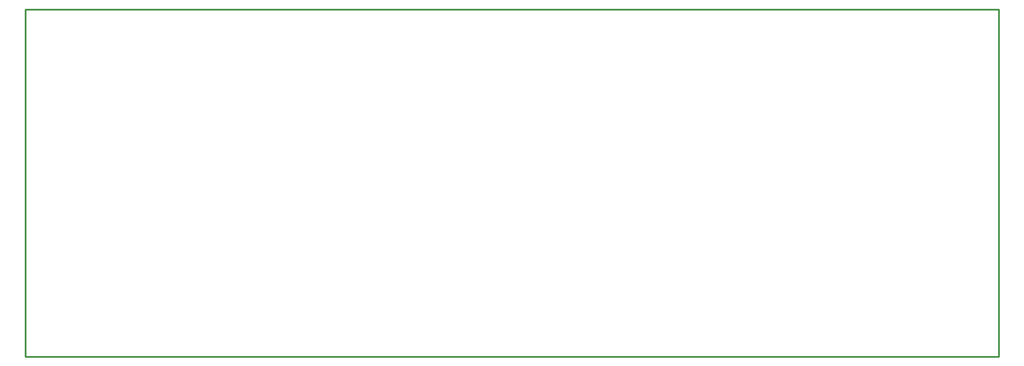
<source format=gko>
G04 Layer: BoardOutline*
G04 EasyEDA v6.2.46, 2019-12-05T15:20:42+01:00*
G04 d8fcaf4132fa48e7953a627b650daf80,0734b15ce4794c74ad8cde99a471bf6c,10*
G04 Gerber Generator version 0.2*
G04 Scale: 100 percent, Rotated: No, Reflected: No *
G04 Dimensions in millimeters *
G04 leading zeros omitted , absolute positions ,3 integer and 3 decimal *
%FSLAX33Y33*%
%MOMM*%
G90*
G71D02*

%ADD10C,0.254000*%
G54D10*
G01X140000Y50000D02*
G01X0Y50000D01*
G01X0Y50000D02*
G01X0Y0D01*
G01X140000Y0D01*
G01X140000Y50000D01*

%LPD*%
M00*
M02*

</source>
